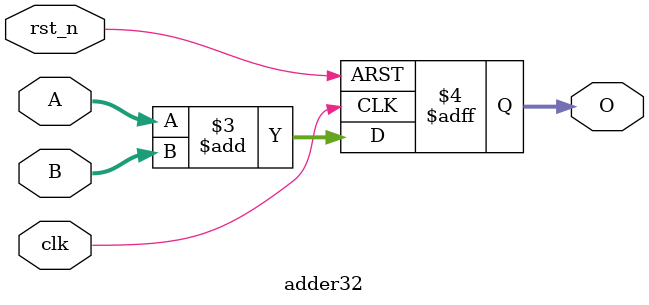
<source format=v>
`timescale 0.1ns / 0.1ns

// Design: adder_switch.v
// Author: Eric Qin

// Description: int32 Adder 

/////////////////////////////////////////////////////////////////////////
module adder32(clk, rst_n, A, B, O);

    input [31:0] A, B;
    input clk;
    input rst_n;
    output reg [31:0] O;

    always@(posedge clk or negedge rst_n)begin
        if(rst_n == 1'b0) begin
            O <= 'd0;
        end 
        else begin
            O <= A + B;
        end
    end
endmodule
</source>
